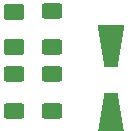
<source format=gbr>
%TF.GenerationSoftware,KiCad,Pcbnew,8.0.1*%
%TF.CreationDate,2024-04-06T17:54:05-05:00*%
%TF.ProjectId,Banana to USB-C Adapter,42616e61-6e61-4207-946f-205553422d43,2*%
%TF.SameCoordinates,Original*%
%TF.FileFunction,Paste,Bot*%
%TF.FilePolarity,Positive*%
%FSLAX46Y46*%
G04 Gerber Fmt 4.6, Leading zero omitted, Abs format (unit mm)*
G04 Created by KiCad (PCBNEW 8.0.1) date 2024-04-06 17:54:05*
%MOMM*%
%LPD*%
G01*
G04 APERTURE LIST*
G04 Aperture macros list*
%AMRoundRect*
0 Rectangle with rounded corners*
0 $1 Rounding radius*
0 $2 $3 $4 $5 $6 $7 $8 $9 X,Y pos of 4 corners*
0 Add a 4 corners polygon primitive as box body*
4,1,4,$2,$3,$4,$5,$6,$7,$8,$9,$2,$3,0*
0 Add four circle primitives for the rounded corners*
1,1,$1+$1,$2,$3*
1,1,$1+$1,$4,$5*
1,1,$1+$1,$6,$7*
1,1,$1+$1,$8,$9*
0 Add four rect primitives between the rounded corners*
20,1,$1+$1,$2,$3,$4,$5,0*
20,1,$1+$1,$4,$5,$6,$7,0*
20,1,$1+$1,$6,$7,$8,$9,0*
20,1,$1+$1,$8,$9,$2,$3,0*%
%AMOutline4P*
0 Free polygon, 4 corners , with rotation*
0 The origin of the aperture is its center*
0 number of corners: always 4*
0 $1 to $8 corner X, Y*
0 $9 Rotation angle, in degrees counterclockwise*
0 create outline with 4 corners*
4,1,4,$1,$2,$3,$4,$5,$6,$7,$8,$1,$2,$9*%
G04 Aperture macros list end*
%ADD10RoundRect,0.250000X0.625000X-0.400000X0.625000X0.400000X-0.625000X0.400000X-0.625000X-0.400000X0*%
%ADD11Outline4P,-1.800000X-1.150000X1.800000X-0.550000X1.800000X0.550000X-1.800000X1.150000X90.000000*%
%ADD12Outline4P,-1.800000X-1.150000X1.800000X-0.550000X1.800000X0.550000X-1.800000X1.150000X270.000000*%
%ADD13RoundRect,0.250001X-0.624999X0.462499X-0.624999X-0.462499X0.624999X-0.462499X0.624999X0.462499X0*%
%ADD14RoundRect,0.250000X-0.625000X0.400000X-0.625000X-0.400000X0.625000X-0.400000X0.625000X0.400000X0*%
G04 APERTURE END LIST*
D10*
%TO.C,R2*%
X146790000Y-103820000D03*
X146790000Y-100720000D03*
%TD*%
%TO.C,R4*%
X150030000Y-98451000D03*
X150030000Y-95351000D03*
%TD*%
D11*
%TO.C,D3*%
X155067000Y-104119000D03*
D12*
X155067000Y-98319000D03*
%TD*%
D13*
%TO.C,D2*%
X146790000Y-95432500D03*
X146790000Y-98407500D03*
%TD*%
D14*
%TO.C,R3*%
X150030000Y-100720000D03*
X150030000Y-103820000D03*
%TD*%
M02*

</source>
